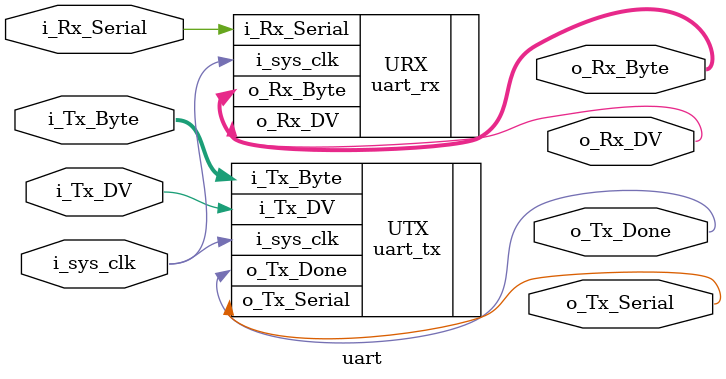
<source format=v>

`timescale 1ns / 1ps


module uart #(parameter CLKS_PER_BIT = 87)(
input i_sys_clk,
input i_Rx_Serial,
input i_Tx_DV,
input [7:0] i_Tx_Byte,
output o_Tx_Serial,
output o_Rx_DV,
output [7:0] o_Rx_Byte,
output o_Tx_Done
    );
    
    uart_rx #(.CLKS_PER_BIT(CLKS_PER_BIT)) URX (
        .i_sys_clk(i_sys_clk),
        .i_Rx_Serial(i_Rx_Serial),
        .o_Rx_DV(o_Rx_DV),
        .o_Rx_Byte(o_Rx_Byte)
    );
    
    uart_tx #(.CLKS_PER_BIT(CLKS_PER_BIT)) UTX (
        .i_sys_clk(i_sys_clk),
        .i_Tx_DV(i_Tx_DV),
        .i_Tx_Byte(i_Tx_Byte),
        .o_Tx_Serial(o_Tx_Serial),
        .o_Tx_Done(o_Tx_Done)  
    );
    
endmodule

</source>
